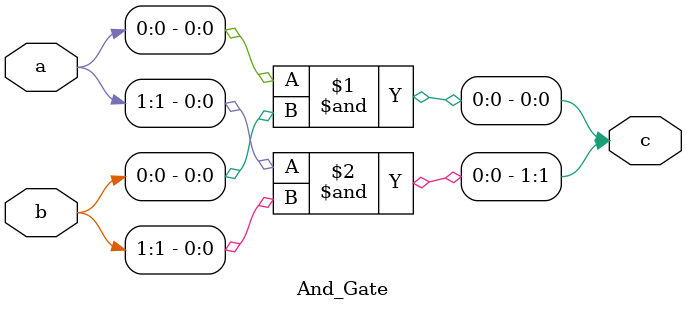
<source format=v>
`timescale 1ns / 1ps
module And_Gate(
input wire [1:0] a,b,
output wire [1:0] c
    );
assign c[0]=a[0]&b[0];
assign c[1]=a[1]&b[1];

endmodule

</source>
